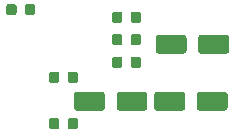
<source format=gbr>
G04 #@! TF.GenerationSoftware,KiCad,Pcbnew,(5.1.0)-1*
G04 #@! TF.CreationDate,2020-12-02T22:17:39+02:00*
G04 #@! TF.ProjectId,Single_transistor_AMP,53696e67-6c65-45f7-9472-616e73697374,V1.0*
G04 #@! TF.SameCoordinates,Original*
G04 #@! TF.FileFunction,Paste,Top*
G04 #@! TF.FilePolarity,Positive*
%FSLAX46Y46*%
G04 Gerber Fmt 4.6, Leading zero omitted, Abs format (unit mm)*
G04 Created by KiCad (PCBNEW (5.1.0)-1) date 2020-12-02 22:17:39*
%MOMM*%
%LPD*%
G04 APERTURE LIST*
%ADD10C,0.100000*%
%ADD11C,0.875000*%
%ADD12C,1.600000*%
G04 APERTURE END LIST*
D10*
G36*
X115022691Y-115731053D02*
G01*
X115043926Y-115734203D01*
X115064750Y-115739419D01*
X115084962Y-115746651D01*
X115104368Y-115755830D01*
X115122781Y-115766866D01*
X115140024Y-115779654D01*
X115155930Y-115794070D01*
X115170346Y-115809976D01*
X115183134Y-115827219D01*
X115194170Y-115845632D01*
X115203349Y-115865038D01*
X115210581Y-115885250D01*
X115215797Y-115906074D01*
X115218947Y-115927309D01*
X115220000Y-115948750D01*
X115220000Y-116461250D01*
X115218947Y-116482691D01*
X115215797Y-116503926D01*
X115210581Y-116524750D01*
X115203349Y-116544962D01*
X115194170Y-116564368D01*
X115183134Y-116582781D01*
X115170346Y-116600024D01*
X115155930Y-116615930D01*
X115140024Y-116630346D01*
X115122781Y-116643134D01*
X115104368Y-116654170D01*
X115084962Y-116663349D01*
X115064750Y-116670581D01*
X115043926Y-116675797D01*
X115022691Y-116678947D01*
X115001250Y-116680000D01*
X114563750Y-116680000D01*
X114542309Y-116678947D01*
X114521074Y-116675797D01*
X114500250Y-116670581D01*
X114480038Y-116663349D01*
X114460632Y-116654170D01*
X114442219Y-116643134D01*
X114424976Y-116630346D01*
X114409070Y-116615930D01*
X114394654Y-116600024D01*
X114381866Y-116582781D01*
X114370830Y-116564368D01*
X114361651Y-116544962D01*
X114354419Y-116524750D01*
X114349203Y-116503926D01*
X114346053Y-116482691D01*
X114345000Y-116461250D01*
X114345000Y-115948750D01*
X114346053Y-115927309D01*
X114349203Y-115906074D01*
X114354419Y-115885250D01*
X114361651Y-115865038D01*
X114370830Y-115845632D01*
X114381866Y-115827219D01*
X114394654Y-115809976D01*
X114409070Y-115794070D01*
X114424976Y-115779654D01*
X114442219Y-115766866D01*
X114460632Y-115755830D01*
X114480038Y-115746651D01*
X114500250Y-115739419D01*
X114521074Y-115734203D01*
X114542309Y-115731053D01*
X114563750Y-115730000D01*
X115001250Y-115730000D01*
X115022691Y-115731053D01*
X115022691Y-115731053D01*
G37*
D11*
X114782500Y-116205000D03*
D10*
G36*
X116597691Y-115731053D02*
G01*
X116618926Y-115734203D01*
X116639750Y-115739419D01*
X116659962Y-115746651D01*
X116679368Y-115755830D01*
X116697781Y-115766866D01*
X116715024Y-115779654D01*
X116730930Y-115794070D01*
X116745346Y-115809976D01*
X116758134Y-115827219D01*
X116769170Y-115845632D01*
X116778349Y-115865038D01*
X116785581Y-115885250D01*
X116790797Y-115906074D01*
X116793947Y-115927309D01*
X116795000Y-115948750D01*
X116795000Y-116461250D01*
X116793947Y-116482691D01*
X116790797Y-116503926D01*
X116785581Y-116524750D01*
X116778349Y-116544962D01*
X116769170Y-116564368D01*
X116758134Y-116582781D01*
X116745346Y-116600024D01*
X116730930Y-116615930D01*
X116715024Y-116630346D01*
X116697781Y-116643134D01*
X116679368Y-116654170D01*
X116659962Y-116663349D01*
X116639750Y-116670581D01*
X116618926Y-116675797D01*
X116597691Y-116678947D01*
X116576250Y-116680000D01*
X116138750Y-116680000D01*
X116117309Y-116678947D01*
X116096074Y-116675797D01*
X116075250Y-116670581D01*
X116055038Y-116663349D01*
X116035632Y-116654170D01*
X116017219Y-116643134D01*
X115999976Y-116630346D01*
X115984070Y-116615930D01*
X115969654Y-116600024D01*
X115956866Y-116582781D01*
X115945830Y-116564368D01*
X115936651Y-116544962D01*
X115929419Y-116524750D01*
X115924203Y-116503926D01*
X115921053Y-116482691D01*
X115920000Y-116461250D01*
X115920000Y-115948750D01*
X115921053Y-115927309D01*
X115924203Y-115906074D01*
X115929419Y-115885250D01*
X115936651Y-115865038D01*
X115945830Y-115845632D01*
X115956866Y-115827219D01*
X115969654Y-115809976D01*
X115984070Y-115794070D01*
X115999976Y-115779654D01*
X116017219Y-115766866D01*
X116035632Y-115755830D01*
X116055038Y-115746651D01*
X116075250Y-115739419D01*
X116096074Y-115734203D01*
X116117309Y-115731053D01*
X116138750Y-115730000D01*
X116576250Y-115730000D01*
X116597691Y-115731053D01*
X116597691Y-115731053D01*
G37*
D11*
X116357500Y-116205000D03*
D10*
G36*
X115022691Y-119541053D02*
G01*
X115043926Y-119544203D01*
X115064750Y-119549419D01*
X115084962Y-119556651D01*
X115104368Y-119565830D01*
X115122781Y-119576866D01*
X115140024Y-119589654D01*
X115155930Y-119604070D01*
X115170346Y-119619976D01*
X115183134Y-119637219D01*
X115194170Y-119655632D01*
X115203349Y-119675038D01*
X115210581Y-119695250D01*
X115215797Y-119716074D01*
X115218947Y-119737309D01*
X115220000Y-119758750D01*
X115220000Y-120271250D01*
X115218947Y-120292691D01*
X115215797Y-120313926D01*
X115210581Y-120334750D01*
X115203349Y-120354962D01*
X115194170Y-120374368D01*
X115183134Y-120392781D01*
X115170346Y-120410024D01*
X115155930Y-120425930D01*
X115140024Y-120440346D01*
X115122781Y-120453134D01*
X115104368Y-120464170D01*
X115084962Y-120473349D01*
X115064750Y-120480581D01*
X115043926Y-120485797D01*
X115022691Y-120488947D01*
X115001250Y-120490000D01*
X114563750Y-120490000D01*
X114542309Y-120488947D01*
X114521074Y-120485797D01*
X114500250Y-120480581D01*
X114480038Y-120473349D01*
X114460632Y-120464170D01*
X114442219Y-120453134D01*
X114424976Y-120440346D01*
X114409070Y-120425930D01*
X114394654Y-120410024D01*
X114381866Y-120392781D01*
X114370830Y-120374368D01*
X114361651Y-120354962D01*
X114354419Y-120334750D01*
X114349203Y-120313926D01*
X114346053Y-120292691D01*
X114345000Y-120271250D01*
X114345000Y-119758750D01*
X114346053Y-119737309D01*
X114349203Y-119716074D01*
X114354419Y-119695250D01*
X114361651Y-119675038D01*
X114370830Y-119655632D01*
X114381866Y-119637219D01*
X114394654Y-119619976D01*
X114409070Y-119604070D01*
X114424976Y-119589654D01*
X114442219Y-119576866D01*
X114460632Y-119565830D01*
X114480038Y-119556651D01*
X114500250Y-119549419D01*
X114521074Y-119544203D01*
X114542309Y-119541053D01*
X114563750Y-119540000D01*
X115001250Y-119540000D01*
X115022691Y-119541053D01*
X115022691Y-119541053D01*
G37*
D11*
X114782500Y-120015000D03*
D10*
G36*
X116597691Y-119541053D02*
G01*
X116618926Y-119544203D01*
X116639750Y-119549419D01*
X116659962Y-119556651D01*
X116679368Y-119565830D01*
X116697781Y-119576866D01*
X116715024Y-119589654D01*
X116730930Y-119604070D01*
X116745346Y-119619976D01*
X116758134Y-119637219D01*
X116769170Y-119655632D01*
X116778349Y-119675038D01*
X116785581Y-119695250D01*
X116790797Y-119716074D01*
X116793947Y-119737309D01*
X116795000Y-119758750D01*
X116795000Y-120271250D01*
X116793947Y-120292691D01*
X116790797Y-120313926D01*
X116785581Y-120334750D01*
X116778349Y-120354962D01*
X116769170Y-120374368D01*
X116758134Y-120392781D01*
X116745346Y-120410024D01*
X116730930Y-120425930D01*
X116715024Y-120440346D01*
X116697781Y-120453134D01*
X116679368Y-120464170D01*
X116659962Y-120473349D01*
X116639750Y-120480581D01*
X116618926Y-120485797D01*
X116597691Y-120488947D01*
X116576250Y-120490000D01*
X116138750Y-120490000D01*
X116117309Y-120488947D01*
X116096074Y-120485797D01*
X116075250Y-120480581D01*
X116055038Y-120473349D01*
X116035632Y-120464170D01*
X116017219Y-120453134D01*
X115999976Y-120440346D01*
X115984070Y-120425930D01*
X115969654Y-120410024D01*
X115956866Y-120392781D01*
X115945830Y-120374368D01*
X115936651Y-120354962D01*
X115929419Y-120334750D01*
X115924203Y-120313926D01*
X115921053Y-120292691D01*
X115920000Y-120271250D01*
X115920000Y-119758750D01*
X115921053Y-119737309D01*
X115924203Y-119716074D01*
X115929419Y-119695250D01*
X115936651Y-119675038D01*
X115945830Y-119655632D01*
X115956866Y-119637219D01*
X115969654Y-119619976D01*
X115984070Y-119604070D01*
X115999976Y-119589654D01*
X116017219Y-119576866D01*
X116035632Y-119565830D01*
X116055038Y-119556651D01*
X116075250Y-119549419D01*
X116096074Y-119544203D01*
X116117309Y-119541053D01*
X116138750Y-119540000D01*
X116576250Y-119540000D01*
X116597691Y-119541053D01*
X116597691Y-119541053D01*
G37*
D11*
X116357500Y-120015000D03*
D10*
G36*
X116597691Y-117636053D02*
G01*
X116618926Y-117639203D01*
X116639750Y-117644419D01*
X116659962Y-117651651D01*
X116679368Y-117660830D01*
X116697781Y-117671866D01*
X116715024Y-117684654D01*
X116730930Y-117699070D01*
X116745346Y-117714976D01*
X116758134Y-117732219D01*
X116769170Y-117750632D01*
X116778349Y-117770038D01*
X116785581Y-117790250D01*
X116790797Y-117811074D01*
X116793947Y-117832309D01*
X116795000Y-117853750D01*
X116795000Y-118366250D01*
X116793947Y-118387691D01*
X116790797Y-118408926D01*
X116785581Y-118429750D01*
X116778349Y-118449962D01*
X116769170Y-118469368D01*
X116758134Y-118487781D01*
X116745346Y-118505024D01*
X116730930Y-118520930D01*
X116715024Y-118535346D01*
X116697781Y-118548134D01*
X116679368Y-118559170D01*
X116659962Y-118568349D01*
X116639750Y-118575581D01*
X116618926Y-118580797D01*
X116597691Y-118583947D01*
X116576250Y-118585000D01*
X116138750Y-118585000D01*
X116117309Y-118583947D01*
X116096074Y-118580797D01*
X116075250Y-118575581D01*
X116055038Y-118568349D01*
X116035632Y-118559170D01*
X116017219Y-118548134D01*
X115999976Y-118535346D01*
X115984070Y-118520930D01*
X115969654Y-118505024D01*
X115956866Y-118487781D01*
X115945830Y-118469368D01*
X115936651Y-118449962D01*
X115929419Y-118429750D01*
X115924203Y-118408926D01*
X115921053Y-118387691D01*
X115920000Y-118366250D01*
X115920000Y-117853750D01*
X115921053Y-117832309D01*
X115924203Y-117811074D01*
X115929419Y-117790250D01*
X115936651Y-117770038D01*
X115945830Y-117750632D01*
X115956866Y-117732219D01*
X115969654Y-117714976D01*
X115984070Y-117699070D01*
X115999976Y-117684654D01*
X116017219Y-117671866D01*
X116035632Y-117660830D01*
X116055038Y-117651651D01*
X116075250Y-117644419D01*
X116096074Y-117639203D01*
X116117309Y-117636053D01*
X116138750Y-117635000D01*
X116576250Y-117635000D01*
X116597691Y-117636053D01*
X116597691Y-117636053D01*
G37*
D11*
X116357500Y-118110000D03*
D10*
G36*
X115022691Y-117636053D02*
G01*
X115043926Y-117639203D01*
X115064750Y-117644419D01*
X115084962Y-117651651D01*
X115104368Y-117660830D01*
X115122781Y-117671866D01*
X115140024Y-117684654D01*
X115155930Y-117699070D01*
X115170346Y-117714976D01*
X115183134Y-117732219D01*
X115194170Y-117750632D01*
X115203349Y-117770038D01*
X115210581Y-117790250D01*
X115215797Y-117811074D01*
X115218947Y-117832309D01*
X115220000Y-117853750D01*
X115220000Y-118366250D01*
X115218947Y-118387691D01*
X115215797Y-118408926D01*
X115210581Y-118429750D01*
X115203349Y-118449962D01*
X115194170Y-118469368D01*
X115183134Y-118487781D01*
X115170346Y-118505024D01*
X115155930Y-118520930D01*
X115140024Y-118535346D01*
X115122781Y-118548134D01*
X115104368Y-118559170D01*
X115084962Y-118568349D01*
X115064750Y-118575581D01*
X115043926Y-118580797D01*
X115022691Y-118583947D01*
X115001250Y-118585000D01*
X114563750Y-118585000D01*
X114542309Y-118583947D01*
X114521074Y-118580797D01*
X114500250Y-118575581D01*
X114480038Y-118568349D01*
X114460632Y-118559170D01*
X114442219Y-118548134D01*
X114424976Y-118535346D01*
X114409070Y-118520930D01*
X114394654Y-118505024D01*
X114381866Y-118487781D01*
X114370830Y-118469368D01*
X114361651Y-118449962D01*
X114354419Y-118429750D01*
X114349203Y-118408926D01*
X114346053Y-118387691D01*
X114345000Y-118366250D01*
X114345000Y-117853750D01*
X114346053Y-117832309D01*
X114349203Y-117811074D01*
X114354419Y-117790250D01*
X114361651Y-117770038D01*
X114370830Y-117750632D01*
X114381866Y-117732219D01*
X114394654Y-117714976D01*
X114409070Y-117699070D01*
X114424976Y-117684654D01*
X114442219Y-117671866D01*
X114460632Y-117660830D01*
X114480038Y-117651651D01*
X114500250Y-117644419D01*
X114521074Y-117639203D01*
X114542309Y-117636053D01*
X114563750Y-117635000D01*
X115001250Y-117635000D01*
X115022691Y-117636053D01*
X115022691Y-117636053D01*
G37*
D11*
X114782500Y-118110000D03*
D10*
G36*
X107644191Y-115096053D02*
G01*
X107665426Y-115099203D01*
X107686250Y-115104419D01*
X107706462Y-115111651D01*
X107725868Y-115120830D01*
X107744281Y-115131866D01*
X107761524Y-115144654D01*
X107777430Y-115159070D01*
X107791846Y-115174976D01*
X107804634Y-115192219D01*
X107815670Y-115210632D01*
X107824849Y-115230038D01*
X107832081Y-115250250D01*
X107837297Y-115271074D01*
X107840447Y-115292309D01*
X107841500Y-115313750D01*
X107841500Y-115826250D01*
X107840447Y-115847691D01*
X107837297Y-115868926D01*
X107832081Y-115889750D01*
X107824849Y-115909962D01*
X107815670Y-115929368D01*
X107804634Y-115947781D01*
X107791846Y-115965024D01*
X107777430Y-115980930D01*
X107761524Y-115995346D01*
X107744281Y-116008134D01*
X107725868Y-116019170D01*
X107706462Y-116028349D01*
X107686250Y-116035581D01*
X107665426Y-116040797D01*
X107644191Y-116043947D01*
X107622750Y-116045000D01*
X107185250Y-116045000D01*
X107163809Y-116043947D01*
X107142574Y-116040797D01*
X107121750Y-116035581D01*
X107101538Y-116028349D01*
X107082132Y-116019170D01*
X107063719Y-116008134D01*
X107046476Y-115995346D01*
X107030570Y-115980930D01*
X107016154Y-115965024D01*
X107003366Y-115947781D01*
X106992330Y-115929368D01*
X106983151Y-115909962D01*
X106975919Y-115889750D01*
X106970703Y-115868926D01*
X106967553Y-115847691D01*
X106966500Y-115826250D01*
X106966500Y-115313750D01*
X106967553Y-115292309D01*
X106970703Y-115271074D01*
X106975919Y-115250250D01*
X106983151Y-115230038D01*
X106992330Y-115210632D01*
X107003366Y-115192219D01*
X107016154Y-115174976D01*
X107030570Y-115159070D01*
X107046476Y-115144654D01*
X107063719Y-115131866D01*
X107082132Y-115120830D01*
X107101538Y-115111651D01*
X107121750Y-115104419D01*
X107142574Y-115099203D01*
X107163809Y-115096053D01*
X107185250Y-115095000D01*
X107622750Y-115095000D01*
X107644191Y-115096053D01*
X107644191Y-115096053D01*
G37*
D11*
X107404000Y-115570000D03*
D10*
G36*
X106069191Y-115096053D02*
G01*
X106090426Y-115099203D01*
X106111250Y-115104419D01*
X106131462Y-115111651D01*
X106150868Y-115120830D01*
X106169281Y-115131866D01*
X106186524Y-115144654D01*
X106202430Y-115159070D01*
X106216846Y-115174976D01*
X106229634Y-115192219D01*
X106240670Y-115210632D01*
X106249849Y-115230038D01*
X106257081Y-115250250D01*
X106262297Y-115271074D01*
X106265447Y-115292309D01*
X106266500Y-115313750D01*
X106266500Y-115826250D01*
X106265447Y-115847691D01*
X106262297Y-115868926D01*
X106257081Y-115889750D01*
X106249849Y-115909962D01*
X106240670Y-115929368D01*
X106229634Y-115947781D01*
X106216846Y-115965024D01*
X106202430Y-115980930D01*
X106186524Y-115995346D01*
X106169281Y-116008134D01*
X106150868Y-116019170D01*
X106131462Y-116028349D01*
X106111250Y-116035581D01*
X106090426Y-116040797D01*
X106069191Y-116043947D01*
X106047750Y-116045000D01*
X105610250Y-116045000D01*
X105588809Y-116043947D01*
X105567574Y-116040797D01*
X105546750Y-116035581D01*
X105526538Y-116028349D01*
X105507132Y-116019170D01*
X105488719Y-116008134D01*
X105471476Y-115995346D01*
X105455570Y-115980930D01*
X105441154Y-115965024D01*
X105428366Y-115947781D01*
X105417330Y-115929368D01*
X105408151Y-115909962D01*
X105400919Y-115889750D01*
X105395703Y-115868926D01*
X105392553Y-115847691D01*
X105391500Y-115826250D01*
X105391500Y-115313750D01*
X105392553Y-115292309D01*
X105395703Y-115271074D01*
X105400919Y-115250250D01*
X105408151Y-115230038D01*
X105417330Y-115210632D01*
X105428366Y-115192219D01*
X105441154Y-115174976D01*
X105455570Y-115159070D01*
X105471476Y-115144654D01*
X105488719Y-115131866D01*
X105507132Y-115120830D01*
X105526538Y-115111651D01*
X105546750Y-115104419D01*
X105567574Y-115099203D01*
X105588809Y-115096053D01*
X105610250Y-115095000D01*
X106047750Y-115095000D01*
X106069191Y-115096053D01*
X106069191Y-115096053D01*
G37*
D11*
X105829000Y-115570000D03*
D10*
G36*
X109688691Y-124748053D02*
G01*
X109709926Y-124751203D01*
X109730750Y-124756419D01*
X109750962Y-124763651D01*
X109770368Y-124772830D01*
X109788781Y-124783866D01*
X109806024Y-124796654D01*
X109821930Y-124811070D01*
X109836346Y-124826976D01*
X109849134Y-124844219D01*
X109860170Y-124862632D01*
X109869349Y-124882038D01*
X109876581Y-124902250D01*
X109881797Y-124923074D01*
X109884947Y-124944309D01*
X109886000Y-124965750D01*
X109886000Y-125478250D01*
X109884947Y-125499691D01*
X109881797Y-125520926D01*
X109876581Y-125541750D01*
X109869349Y-125561962D01*
X109860170Y-125581368D01*
X109849134Y-125599781D01*
X109836346Y-125617024D01*
X109821930Y-125632930D01*
X109806024Y-125647346D01*
X109788781Y-125660134D01*
X109770368Y-125671170D01*
X109750962Y-125680349D01*
X109730750Y-125687581D01*
X109709926Y-125692797D01*
X109688691Y-125695947D01*
X109667250Y-125697000D01*
X109229750Y-125697000D01*
X109208309Y-125695947D01*
X109187074Y-125692797D01*
X109166250Y-125687581D01*
X109146038Y-125680349D01*
X109126632Y-125671170D01*
X109108219Y-125660134D01*
X109090976Y-125647346D01*
X109075070Y-125632930D01*
X109060654Y-125617024D01*
X109047866Y-125599781D01*
X109036830Y-125581368D01*
X109027651Y-125561962D01*
X109020419Y-125541750D01*
X109015203Y-125520926D01*
X109012053Y-125499691D01*
X109011000Y-125478250D01*
X109011000Y-124965750D01*
X109012053Y-124944309D01*
X109015203Y-124923074D01*
X109020419Y-124902250D01*
X109027651Y-124882038D01*
X109036830Y-124862632D01*
X109047866Y-124844219D01*
X109060654Y-124826976D01*
X109075070Y-124811070D01*
X109090976Y-124796654D01*
X109108219Y-124783866D01*
X109126632Y-124772830D01*
X109146038Y-124763651D01*
X109166250Y-124756419D01*
X109187074Y-124751203D01*
X109208309Y-124748053D01*
X109229750Y-124747000D01*
X109667250Y-124747000D01*
X109688691Y-124748053D01*
X109688691Y-124748053D01*
G37*
D11*
X109448500Y-125222000D03*
D10*
G36*
X111263691Y-124748053D02*
G01*
X111284926Y-124751203D01*
X111305750Y-124756419D01*
X111325962Y-124763651D01*
X111345368Y-124772830D01*
X111363781Y-124783866D01*
X111381024Y-124796654D01*
X111396930Y-124811070D01*
X111411346Y-124826976D01*
X111424134Y-124844219D01*
X111435170Y-124862632D01*
X111444349Y-124882038D01*
X111451581Y-124902250D01*
X111456797Y-124923074D01*
X111459947Y-124944309D01*
X111461000Y-124965750D01*
X111461000Y-125478250D01*
X111459947Y-125499691D01*
X111456797Y-125520926D01*
X111451581Y-125541750D01*
X111444349Y-125561962D01*
X111435170Y-125581368D01*
X111424134Y-125599781D01*
X111411346Y-125617024D01*
X111396930Y-125632930D01*
X111381024Y-125647346D01*
X111363781Y-125660134D01*
X111345368Y-125671170D01*
X111325962Y-125680349D01*
X111305750Y-125687581D01*
X111284926Y-125692797D01*
X111263691Y-125695947D01*
X111242250Y-125697000D01*
X110804750Y-125697000D01*
X110783309Y-125695947D01*
X110762074Y-125692797D01*
X110741250Y-125687581D01*
X110721038Y-125680349D01*
X110701632Y-125671170D01*
X110683219Y-125660134D01*
X110665976Y-125647346D01*
X110650070Y-125632930D01*
X110635654Y-125617024D01*
X110622866Y-125599781D01*
X110611830Y-125581368D01*
X110602651Y-125561962D01*
X110595419Y-125541750D01*
X110590203Y-125520926D01*
X110587053Y-125499691D01*
X110586000Y-125478250D01*
X110586000Y-124965750D01*
X110587053Y-124944309D01*
X110590203Y-124923074D01*
X110595419Y-124902250D01*
X110602651Y-124882038D01*
X110611830Y-124862632D01*
X110622866Y-124844219D01*
X110635654Y-124826976D01*
X110650070Y-124811070D01*
X110665976Y-124796654D01*
X110683219Y-124783866D01*
X110701632Y-124772830D01*
X110721038Y-124763651D01*
X110741250Y-124756419D01*
X110762074Y-124751203D01*
X110783309Y-124748053D01*
X110804750Y-124747000D01*
X111242250Y-124747000D01*
X111263691Y-124748053D01*
X111263691Y-124748053D01*
G37*
D11*
X111023500Y-125222000D03*
D10*
G36*
X111263691Y-120811053D02*
G01*
X111284926Y-120814203D01*
X111305750Y-120819419D01*
X111325962Y-120826651D01*
X111345368Y-120835830D01*
X111363781Y-120846866D01*
X111381024Y-120859654D01*
X111396930Y-120874070D01*
X111411346Y-120889976D01*
X111424134Y-120907219D01*
X111435170Y-120925632D01*
X111444349Y-120945038D01*
X111451581Y-120965250D01*
X111456797Y-120986074D01*
X111459947Y-121007309D01*
X111461000Y-121028750D01*
X111461000Y-121541250D01*
X111459947Y-121562691D01*
X111456797Y-121583926D01*
X111451581Y-121604750D01*
X111444349Y-121624962D01*
X111435170Y-121644368D01*
X111424134Y-121662781D01*
X111411346Y-121680024D01*
X111396930Y-121695930D01*
X111381024Y-121710346D01*
X111363781Y-121723134D01*
X111345368Y-121734170D01*
X111325962Y-121743349D01*
X111305750Y-121750581D01*
X111284926Y-121755797D01*
X111263691Y-121758947D01*
X111242250Y-121760000D01*
X110804750Y-121760000D01*
X110783309Y-121758947D01*
X110762074Y-121755797D01*
X110741250Y-121750581D01*
X110721038Y-121743349D01*
X110701632Y-121734170D01*
X110683219Y-121723134D01*
X110665976Y-121710346D01*
X110650070Y-121695930D01*
X110635654Y-121680024D01*
X110622866Y-121662781D01*
X110611830Y-121644368D01*
X110602651Y-121624962D01*
X110595419Y-121604750D01*
X110590203Y-121583926D01*
X110587053Y-121562691D01*
X110586000Y-121541250D01*
X110586000Y-121028750D01*
X110587053Y-121007309D01*
X110590203Y-120986074D01*
X110595419Y-120965250D01*
X110602651Y-120945038D01*
X110611830Y-120925632D01*
X110622866Y-120907219D01*
X110635654Y-120889976D01*
X110650070Y-120874070D01*
X110665976Y-120859654D01*
X110683219Y-120846866D01*
X110701632Y-120835830D01*
X110721038Y-120826651D01*
X110741250Y-120819419D01*
X110762074Y-120814203D01*
X110783309Y-120811053D01*
X110804750Y-120810000D01*
X111242250Y-120810000D01*
X111263691Y-120811053D01*
X111263691Y-120811053D01*
G37*
D11*
X111023500Y-121285000D03*
D10*
G36*
X109688691Y-120811053D02*
G01*
X109709926Y-120814203D01*
X109730750Y-120819419D01*
X109750962Y-120826651D01*
X109770368Y-120835830D01*
X109788781Y-120846866D01*
X109806024Y-120859654D01*
X109821930Y-120874070D01*
X109836346Y-120889976D01*
X109849134Y-120907219D01*
X109860170Y-120925632D01*
X109869349Y-120945038D01*
X109876581Y-120965250D01*
X109881797Y-120986074D01*
X109884947Y-121007309D01*
X109886000Y-121028750D01*
X109886000Y-121541250D01*
X109884947Y-121562691D01*
X109881797Y-121583926D01*
X109876581Y-121604750D01*
X109869349Y-121624962D01*
X109860170Y-121644368D01*
X109849134Y-121662781D01*
X109836346Y-121680024D01*
X109821930Y-121695930D01*
X109806024Y-121710346D01*
X109788781Y-121723134D01*
X109770368Y-121734170D01*
X109750962Y-121743349D01*
X109730750Y-121750581D01*
X109709926Y-121755797D01*
X109688691Y-121758947D01*
X109667250Y-121760000D01*
X109229750Y-121760000D01*
X109208309Y-121758947D01*
X109187074Y-121755797D01*
X109166250Y-121750581D01*
X109146038Y-121743349D01*
X109126632Y-121734170D01*
X109108219Y-121723134D01*
X109090976Y-121710346D01*
X109075070Y-121695930D01*
X109060654Y-121680024D01*
X109047866Y-121662781D01*
X109036830Y-121644368D01*
X109027651Y-121624962D01*
X109020419Y-121604750D01*
X109015203Y-121583926D01*
X109012053Y-121562691D01*
X109011000Y-121541250D01*
X109011000Y-121028750D01*
X109012053Y-121007309D01*
X109015203Y-120986074D01*
X109020419Y-120965250D01*
X109027651Y-120945038D01*
X109036830Y-120925632D01*
X109047866Y-120907219D01*
X109060654Y-120889976D01*
X109075070Y-120874070D01*
X109090976Y-120859654D01*
X109108219Y-120846866D01*
X109126632Y-120835830D01*
X109146038Y-120826651D01*
X109166250Y-120819419D01*
X109187074Y-120814203D01*
X109208309Y-120811053D01*
X109229750Y-120810000D01*
X109667250Y-120810000D01*
X109688691Y-120811053D01*
X109688691Y-120811053D01*
G37*
D11*
X109448500Y-121285000D03*
D10*
G36*
X124032504Y-117692204D02*
G01*
X124056773Y-117695804D01*
X124080571Y-117701765D01*
X124103671Y-117710030D01*
X124125849Y-117720520D01*
X124146893Y-117733133D01*
X124166598Y-117747747D01*
X124184777Y-117764223D01*
X124201253Y-117782402D01*
X124215867Y-117802107D01*
X124228480Y-117823151D01*
X124238970Y-117845329D01*
X124247235Y-117868429D01*
X124253196Y-117892227D01*
X124256796Y-117916496D01*
X124258000Y-117941000D01*
X124258000Y-119041000D01*
X124256796Y-119065504D01*
X124253196Y-119089773D01*
X124247235Y-119113571D01*
X124238970Y-119136671D01*
X124228480Y-119158849D01*
X124215867Y-119179893D01*
X124201253Y-119199598D01*
X124184777Y-119217777D01*
X124166598Y-119234253D01*
X124146893Y-119248867D01*
X124125849Y-119261480D01*
X124103671Y-119271970D01*
X124080571Y-119280235D01*
X124056773Y-119286196D01*
X124032504Y-119289796D01*
X124008000Y-119291000D01*
X121908000Y-119291000D01*
X121883496Y-119289796D01*
X121859227Y-119286196D01*
X121835429Y-119280235D01*
X121812329Y-119271970D01*
X121790151Y-119261480D01*
X121769107Y-119248867D01*
X121749402Y-119234253D01*
X121731223Y-119217777D01*
X121714747Y-119199598D01*
X121700133Y-119179893D01*
X121687520Y-119158849D01*
X121677030Y-119136671D01*
X121668765Y-119113571D01*
X121662804Y-119089773D01*
X121659204Y-119065504D01*
X121658000Y-119041000D01*
X121658000Y-117941000D01*
X121659204Y-117916496D01*
X121662804Y-117892227D01*
X121668765Y-117868429D01*
X121677030Y-117845329D01*
X121687520Y-117823151D01*
X121700133Y-117802107D01*
X121714747Y-117782402D01*
X121731223Y-117764223D01*
X121749402Y-117747747D01*
X121769107Y-117733133D01*
X121790151Y-117720520D01*
X121812329Y-117710030D01*
X121835429Y-117701765D01*
X121859227Y-117695804D01*
X121883496Y-117692204D01*
X121908000Y-117691000D01*
X124008000Y-117691000D01*
X124032504Y-117692204D01*
X124032504Y-117692204D01*
G37*
D12*
X122958000Y-118491000D03*
D10*
G36*
X120432504Y-117692204D02*
G01*
X120456773Y-117695804D01*
X120480571Y-117701765D01*
X120503671Y-117710030D01*
X120525849Y-117720520D01*
X120546893Y-117733133D01*
X120566598Y-117747747D01*
X120584777Y-117764223D01*
X120601253Y-117782402D01*
X120615867Y-117802107D01*
X120628480Y-117823151D01*
X120638970Y-117845329D01*
X120647235Y-117868429D01*
X120653196Y-117892227D01*
X120656796Y-117916496D01*
X120658000Y-117941000D01*
X120658000Y-119041000D01*
X120656796Y-119065504D01*
X120653196Y-119089773D01*
X120647235Y-119113571D01*
X120638970Y-119136671D01*
X120628480Y-119158849D01*
X120615867Y-119179893D01*
X120601253Y-119199598D01*
X120584777Y-119217777D01*
X120566598Y-119234253D01*
X120546893Y-119248867D01*
X120525849Y-119261480D01*
X120503671Y-119271970D01*
X120480571Y-119280235D01*
X120456773Y-119286196D01*
X120432504Y-119289796D01*
X120408000Y-119291000D01*
X118308000Y-119291000D01*
X118283496Y-119289796D01*
X118259227Y-119286196D01*
X118235429Y-119280235D01*
X118212329Y-119271970D01*
X118190151Y-119261480D01*
X118169107Y-119248867D01*
X118149402Y-119234253D01*
X118131223Y-119217777D01*
X118114747Y-119199598D01*
X118100133Y-119179893D01*
X118087520Y-119158849D01*
X118077030Y-119136671D01*
X118068765Y-119113571D01*
X118062804Y-119089773D01*
X118059204Y-119065504D01*
X118058000Y-119041000D01*
X118058000Y-117941000D01*
X118059204Y-117916496D01*
X118062804Y-117892227D01*
X118068765Y-117868429D01*
X118077030Y-117845329D01*
X118087520Y-117823151D01*
X118100133Y-117802107D01*
X118114747Y-117782402D01*
X118131223Y-117764223D01*
X118149402Y-117747747D01*
X118169107Y-117733133D01*
X118190151Y-117720520D01*
X118212329Y-117710030D01*
X118235429Y-117701765D01*
X118259227Y-117695804D01*
X118283496Y-117692204D01*
X118308000Y-117691000D01*
X120408000Y-117691000D01*
X120432504Y-117692204D01*
X120432504Y-117692204D01*
G37*
D12*
X119358000Y-118491000D03*
D10*
G36*
X123905504Y-122518204D02*
G01*
X123929773Y-122521804D01*
X123953571Y-122527765D01*
X123976671Y-122536030D01*
X123998849Y-122546520D01*
X124019893Y-122559133D01*
X124039598Y-122573747D01*
X124057777Y-122590223D01*
X124074253Y-122608402D01*
X124088867Y-122628107D01*
X124101480Y-122649151D01*
X124111970Y-122671329D01*
X124120235Y-122694429D01*
X124126196Y-122718227D01*
X124129796Y-122742496D01*
X124131000Y-122767000D01*
X124131000Y-123867000D01*
X124129796Y-123891504D01*
X124126196Y-123915773D01*
X124120235Y-123939571D01*
X124111970Y-123962671D01*
X124101480Y-123984849D01*
X124088867Y-124005893D01*
X124074253Y-124025598D01*
X124057777Y-124043777D01*
X124039598Y-124060253D01*
X124019893Y-124074867D01*
X123998849Y-124087480D01*
X123976671Y-124097970D01*
X123953571Y-124106235D01*
X123929773Y-124112196D01*
X123905504Y-124115796D01*
X123881000Y-124117000D01*
X121781000Y-124117000D01*
X121756496Y-124115796D01*
X121732227Y-124112196D01*
X121708429Y-124106235D01*
X121685329Y-124097970D01*
X121663151Y-124087480D01*
X121642107Y-124074867D01*
X121622402Y-124060253D01*
X121604223Y-124043777D01*
X121587747Y-124025598D01*
X121573133Y-124005893D01*
X121560520Y-123984849D01*
X121550030Y-123962671D01*
X121541765Y-123939571D01*
X121535804Y-123915773D01*
X121532204Y-123891504D01*
X121531000Y-123867000D01*
X121531000Y-122767000D01*
X121532204Y-122742496D01*
X121535804Y-122718227D01*
X121541765Y-122694429D01*
X121550030Y-122671329D01*
X121560520Y-122649151D01*
X121573133Y-122628107D01*
X121587747Y-122608402D01*
X121604223Y-122590223D01*
X121622402Y-122573747D01*
X121642107Y-122559133D01*
X121663151Y-122546520D01*
X121685329Y-122536030D01*
X121708429Y-122527765D01*
X121732227Y-122521804D01*
X121756496Y-122518204D01*
X121781000Y-122517000D01*
X123881000Y-122517000D01*
X123905504Y-122518204D01*
X123905504Y-122518204D01*
G37*
D12*
X122831000Y-123317000D03*
D10*
G36*
X120305504Y-122518204D02*
G01*
X120329773Y-122521804D01*
X120353571Y-122527765D01*
X120376671Y-122536030D01*
X120398849Y-122546520D01*
X120419893Y-122559133D01*
X120439598Y-122573747D01*
X120457777Y-122590223D01*
X120474253Y-122608402D01*
X120488867Y-122628107D01*
X120501480Y-122649151D01*
X120511970Y-122671329D01*
X120520235Y-122694429D01*
X120526196Y-122718227D01*
X120529796Y-122742496D01*
X120531000Y-122767000D01*
X120531000Y-123867000D01*
X120529796Y-123891504D01*
X120526196Y-123915773D01*
X120520235Y-123939571D01*
X120511970Y-123962671D01*
X120501480Y-123984849D01*
X120488867Y-124005893D01*
X120474253Y-124025598D01*
X120457777Y-124043777D01*
X120439598Y-124060253D01*
X120419893Y-124074867D01*
X120398849Y-124087480D01*
X120376671Y-124097970D01*
X120353571Y-124106235D01*
X120329773Y-124112196D01*
X120305504Y-124115796D01*
X120281000Y-124117000D01*
X118181000Y-124117000D01*
X118156496Y-124115796D01*
X118132227Y-124112196D01*
X118108429Y-124106235D01*
X118085329Y-124097970D01*
X118063151Y-124087480D01*
X118042107Y-124074867D01*
X118022402Y-124060253D01*
X118004223Y-124043777D01*
X117987747Y-124025598D01*
X117973133Y-124005893D01*
X117960520Y-123984849D01*
X117950030Y-123962671D01*
X117941765Y-123939571D01*
X117935804Y-123915773D01*
X117932204Y-123891504D01*
X117931000Y-123867000D01*
X117931000Y-122767000D01*
X117932204Y-122742496D01*
X117935804Y-122718227D01*
X117941765Y-122694429D01*
X117950030Y-122671329D01*
X117960520Y-122649151D01*
X117973133Y-122628107D01*
X117987747Y-122608402D01*
X118004223Y-122590223D01*
X118022402Y-122573747D01*
X118042107Y-122559133D01*
X118063151Y-122546520D01*
X118085329Y-122536030D01*
X118108429Y-122527765D01*
X118132227Y-122521804D01*
X118156496Y-122518204D01*
X118181000Y-122517000D01*
X120281000Y-122517000D01*
X120305504Y-122518204D01*
X120305504Y-122518204D01*
G37*
D12*
X119231000Y-123317000D03*
D10*
G36*
X113511004Y-122518204D02*
G01*
X113535273Y-122521804D01*
X113559071Y-122527765D01*
X113582171Y-122536030D01*
X113604349Y-122546520D01*
X113625393Y-122559133D01*
X113645098Y-122573747D01*
X113663277Y-122590223D01*
X113679753Y-122608402D01*
X113694367Y-122628107D01*
X113706980Y-122649151D01*
X113717470Y-122671329D01*
X113725735Y-122694429D01*
X113731696Y-122718227D01*
X113735296Y-122742496D01*
X113736500Y-122767000D01*
X113736500Y-123867000D01*
X113735296Y-123891504D01*
X113731696Y-123915773D01*
X113725735Y-123939571D01*
X113717470Y-123962671D01*
X113706980Y-123984849D01*
X113694367Y-124005893D01*
X113679753Y-124025598D01*
X113663277Y-124043777D01*
X113645098Y-124060253D01*
X113625393Y-124074867D01*
X113604349Y-124087480D01*
X113582171Y-124097970D01*
X113559071Y-124106235D01*
X113535273Y-124112196D01*
X113511004Y-124115796D01*
X113486500Y-124117000D01*
X111386500Y-124117000D01*
X111361996Y-124115796D01*
X111337727Y-124112196D01*
X111313929Y-124106235D01*
X111290829Y-124097970D01*
X111268651Y-124087480D01*
X111247607Y-124074867D01*
X111227902Y-124060253D01*
X111209723Y-124043777D01*
X111193247Y-124025598D01*
X111178633Y-124005893D01*
X111166020Y-123984849D01*
X111155530Y-123962671D01*
X111147265Y-123939571D01*
X111141304Y-123915773D01*
X111137704Y-123891504D01*
X111136500Y-123867000D01*
X111136500Y-122767000D01*
X111137704Y-122742496D01*
X111141304Y-122718227D01*
X111147265Y-122694429D01*
X111155530Y-122671329D01*
X111166020Y-122649151D01*
X111178633Y-122628107D01*
X111193247Y-122608402D01*
X111209723Y-122590223D01*
X111227902Y-122573747D01*
X111247607Y-122559133D01*
X111268651Y-122546520D01*
X111290829Y-122536030D01*
X111313929Y-122527765D01*
X111337727Y-122521804D01*
X111361996Y-122518204D01*
X111386500Y-122517000D01*
X113486500Y-122517000D01*
X113511004Y-122518204D01*
X113511004Y-122518204D01*
G37*
D12*
X112436500Y-123317000D03*
D10*
G36*
X117111004Y-122518204D02*
G01*
X117135273Y-122521804D01*
X117159071Y-122527765D01*
X117182171Y-122536030D01*
X117204349Y-122546520D01*
X117225393Y-122559133D01*
X117245098Y-122573747D01*
X117263277Y-122590223D01*
X117279753Y-122608402D01*
X117294367Y-122628107D01*
X117306980Y-122649151D01*
X117317470Y-122671329D01*
X117325735Y-122694429D01*
X117331696Y-122718227D01*
X117335296Y-122742496D01*
X117336500Y-122767000D01*
X117336500Y-123867000D01*
X117335296Y-123891504D01*
X117331696Y-123915773D01*
X117325735Y-123939571D01*
X117317470Y-123962671D01*
X117306980Y-123984849D01*
X117294367Y-124005893D01*
X117279753Y-124025598D01*
X117263277Y-124043777D01*
X117245098Y-124060253D01*
X117225393Y-124074867D01*
X117204349Y-124087480D01*
X117182171Y-124097970D01*
X117159071Y-124106235D01*
X117135273Y-124112196D01*
X117111004Y-124115796D01*
X117086500Y-124117000D01*
X114986500Y-124117000D01*
X114961996Y-124115796D01*
X114937727Y-124112196D01*
X114913929Y-124106235D01*
X114890829Y-124097970D01*
X114868651Y-124087480D01*
X114847607Y-124074867D01*
X114827902Y-124060253D01*
X114809723Y-124043777D01*
X114793247Y-124025598D01*
X114778633Y-124005893D01*
X114766020Y-123984849D01*
X114755530Y-123962671D01*
X114747265Y-123939571D01*
X114741304Y-123915773D01*
X114737704Y-123891504D01*
X114736500Y-123867000D01*
X114736500Y-122767000D01*
X114737704Y-122742496D01*
X114741304Y-122718227D01*
X114747265Y-122694429D01*
X114755530Y-122671329D01*
X114766020Y-122649151D01*
X114778633Y-122628107D01*
X114793247Y-122608402D01*
X114809723Y-122590223D01*
X114827902Y-122573747D01*
X114847607Y-122559133D01*
X114868651Y-122546520D01*
X114890829Y-122536030D01*
X114913929Y-122527765D01*
X114937727Y-122521804D01*
X114961996Y-122518204D01*
X114986500Y-122517000D01*
X117086500Y-122517000D01*
X117111004Y-122518204D01*
X117111004Y-122518204D01*
G37*
D12*
X116036500Y-123317000D03*
M02*

</source>
